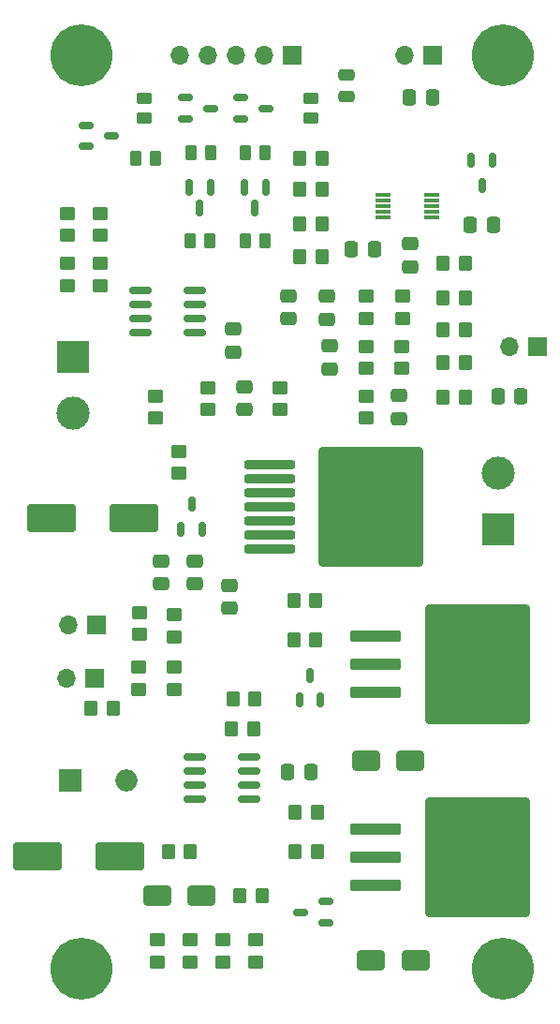
<source format=gbr>
%TF.GenerationSoftware,KiCad,Pcbnew,7.0.5*%
%TF.CreationDate,2023-11-28T19:27:54-08:00*%
%TF.ProjectId,LT3081LEDDummyDriver,4c543330-3831-44c4-9544-44756d6d7944,rev?*%
%TF.SameCoordinates,Original*%
%TF.FileFunction,Soldermask,Top*%
%TF.FilePolarity,Negative*%
%FSLAX46Y46*%
G04 Gerber Fmt 4.6, Leading zero omitted, Abs format (unit mm)*
G04 Created by KiCad (PCBNEW 7.0.5) date 2023-11-28 19:27:54*
%MOMM*%
%LPD*%
G01*
G04 APERTURE LIST*
G04 Aperture macros list*
%AMRoundRect*
0 Rectangle with rounded corners*
0 $1 Rounding radius*
0 $2 $3 $4 $5 $6 $7 $8 $9 X,Y pos of 4 corners*
0 Add a 4 corners polygon primitive as box body*
4,1,4,$2,$3,$4,$5,$6,$7,$8,$9,$2,$3,0*
0 Add four circle primitives for the rounded corners*
1,1,$1+$1,$2,$3*
1,1,$1+$1,$4,$5*
1,1,$1+$1,$6,$7*
1,1,$1+$1,$8,$9*
0 Add four rect primitives between the rounded corners*
20,1,$1+$1,$2,$3,$4,$5,0*
20,1,$1+$1,$4,$5,$6,$7,0*
20,1,$1+$1,$6,$7,$8,$9,0*
20,1,$1+$1,$8,$9,$2,$3,0*%
G04 Aperture macros list end*
%ADD10RoundRect,0.250000X1.950000X1.000000X-1.950000X1.000000X-1.950000X-1.000000X1.950000X-1.000000X0*%
%ADD11RoundRect,0.250000X0.450000X-0.350000X0.450000X0.350000X-0.450000X0.350000X-0.450000X-0.350000X0*%
%ADD12RoundRect,0.250000X-0.350000X-0.450000X0.350000X-0.450000X0.350000X0.450000X-0.350000X0.450000X0*%
%ADD13R,1.700000X1.700000*%
%ADD14O,1.700000X1.700000*%
%ADD15RoundRect,0.150000X-0.512500X-0.150000X0.512500X-0.150000X0.512500X0.150000X-0.512500X0.150000X0*%
%ADD16RoundRect,0.250000X0.337500X0.475000X-0.337500X0.475000X-0.337500X-0.475000X0.337500X-0.475000X0*%
%ADD17RoundRect,0.150000X-0.825000X-0.150000X0.825000X-0.150000X0.825000X0.150000X-0.825000X0.150000X0*%
%ADD18RoundRect,0.250000X0.350000X0.450000X-0.350000X0.450000X-0.350000X-0.450000X0.350000X-0.450000X0*%
%ADD19RoundRect,0.250000X-2.050000X-0.300000X2.050000X-0.300000X2.050000X0.300000X-2.050000X0.300000X0*%
%ADD20RoundRect,0.250002X-4.449998X-5.149998X4.449998X-5.149998X4.449998X5.149998X-4.449998X5.149998X0*%
%ADD21RoundRect,0.150000X-0.150000X0.512500X-0.150000X-0.512500X0.150000X-0.512500X0.150000X0.512500X0*%
%ADD22RoundRect,0.250000X-0.450000X0.350000X-0.450000X-0.350000X0.450000X-0.350000X0.450000X0.350000X0*%
%ADD23R,3.000000X3.000000*%
%ADD24C,3.000000*%
%ADD25RoundRect,0.250000X-0.475000X0.337500X-0.475000X-0.337500X0.475000X-0.337500X0.475000X0.337500X0*%
%ADD26R,2.000000X2.000000*%
%ADD27O,2.000000X2.000000*%
%ADD28RoundRect,0.250000X0.262500X0.450000X-0.262500X0.450000X-0.262500X-0.450000X0.262500X-0.450000X0*%
%ADD29RoundRect,0.250000X0.475000X-0.337500X0.475000X0.337500X-0.475000X0.337500X-0.475000X-0.337500X0*%
%ADD30RoundRect,0.250000X1.000000X0.650000X-1.000000X0.650000X-1.000000X-0.650000X1.000000X-0.650000X0*%
%ADD31RoundRect,0.250000X-0.262500X-0.450000X0.262500X-0.450000X0.262500X0.450000X-0.262500X0.450000X0*%
%ADD32RoundRect,0.250000X-0.337500X-0.475000X0.337500X-0.475000X0.337500X0.475000X-0.337500X0.475000X0*%
%ADD33RoundRect,0.150000X-0.150000X0.587500X-0.150000X-0.587500X0.150000X-0.587500X0.150000X0.587500X0*%
%ADD34C,5.600000*%
%ADD35RoundRect,0.150000X0.150000X-0.512500X0.150000X0.512500X-0.150000X0.512500X-0.150000X-0.512500X0*%
%ADD36RoundRect,0.150000X0.512500X0.150000X-0.512500X0.150000X-0.512500X-0.150000X0.512500X-0.150000X0*%
%ADD37RoundRect,0.250000X-0.450000X0.262500X-0.450000X-0.262500X0.450000X-0.262500X0.450000X0.262500X0*%
%ADD38RoundRect,0.200000X-2.100000X-0.200000X2.100000X-0.200000X2.100000X0.200000X-2.100000X0.200000X0*%
%ADD39R,1.400000X0.300000*%
%ADD40RoundRect,0.250000X0.475000X-0.250000X0.475000X0.250000X-0.475000X0.250000X-0.475000X-0.250000X0*%
G04 APERTURE END LIST*
D10*
%TO.C,C15*%
X116100000Y-111450000D03*
X108700000Y-111450000D03*
%TD*%
D11*
%TO.C,R6*%
X117862500Y-96350000D03*
X117862500Y-94350000D03*
%TD*%
D12*
%TO.C,R44*%
X132000000Y-107500000D03*
X134000000Y-107500000D03*
%TD*%
D13*
%TO.C,J5*%
X131712500Y-39050000D03*
D14*
X129172500Y-39050000D03*
X126632500Y-39050000D03*
X124092500Y-39050000D03*
X121552500Y-39050000D03*
%TD*%
D15*
%TO.C,D2*%
X127087500Y-42900000D03*
X127087500Y-44800000D03*
X129362500Y-43850000D03*
%TD*%
D16*
%TO.C,C18*%
X144400000Y-42850000D03*
X142325000Y-42850000D03*
%TD*%
D17*
%TO.C,U4*%
X122887500Y-102445000D03*
X122887500Y-103715000D03*
X122887500Y-104985000D03*
X122887500Y-106255000D03*
X127837500Y-106255000D03*
X127837500Y-104985000D03*
X127837500Y-103715000D03*
X127837500Y-102445000D03*
%TD*%
D18*
%TO.C,R42*%
X128362500Y-97250000D03*
X126362500Y-97250000D03*
%TD*%
D11*
%TO.C,R3*%
X124112500Y-71100000D03*
X124112500Y-69100000D03*
%TD*%
D19*
%TO.C,Q3*%
X139287500Y-91535000D03*
X139287500Y-94075000D03*
D20*
X148437500Y-94075000D03*
D19*
X139287500Y-96615000D03*
%TD*%
D21*
%TO.C,D5*%
X149812500Y-48575000D03*
X147912500Y-48575000D03*
X148862500Y-50850000D03*
%TD*%
D12*
%TO.C,R38*%
X131862500Y-91850000D03*
X133862500Y-91850000D03*
%TD*%
D22*
%TO.C,R25*%
X128400000Y-119000000D03*
X128400000Y-121000000D03*
%TD*%
%TO.C,R24*%
X111362500Y-57850000D03*
X111362500Y-59850000D03*
%TD*%
D23*
%TO.C,J1*%
X111862500Y-66310000D03*
D24*
X111862500Y-71390000D03*
%TD*%
D25*
%TO.C,C9*%
X134862500Y-60850000D03*
X134862500Y-62925000D03*
%TD*%
D12*
%TO.C,R19*%
X132402500Y-54307500D03*
X134402500Y-54307500D03*
%TD*%
%TO.C,R20*%
X132402500Y-57257500D03*
X134402500Y-57257500D03*
%TD*%
D26*
%TO.C,D6*%
X111650000Y-104550000D03*
D27*
X116730000Y-104550000D03*
%TD*%
D23*
%TO.C,J11*%
X150362500Y-81930000D03*
D24*
X150362500Y-76850000D03*
%TD*%
D18*
%TO.C,R41*%
X115500000Y-98050000D03*
X113500000Y-98050000D03*
%TD*%
D15*
%TO.C,D1*%
X122087500Y-42900000D03*
X122087500Y-44800000D03*
X124362500Y-43850000D03*
%TD*%
D18*
%TO.C,R18*%
X134402500Y-51187500D03*
X132402500Y-51187500D03*
%TD*%
D28*
%TO.C,R27*%
X129275000Y-55850000D03*
X127450000Y-55850000D03*
%TD*%
D29*
%TO.C,C3*%
X122862500Y-86850000D03*
X122862500Y-84775000D03*
%TD*%
D30*
%TO.C,D11*%
X142862500Y-120850000D03*
X138862500Y-120850000D03*
%TD*%
D17*
%TO.C,U2*%
X117952500Y-60350000D03*
X117952500Y-61620000D03*
X117952500Y-62890000D03*
X117952500Y-64160000D03*
X122902500Y-64160000D03*
X122902500Y-62890000D03*
X122902500Y-61620000D03*
X122902500Y-60350000D03*
%TD*%
D11*
%TO.C,R12*%
X141722500Y-62830000D03*
X141722500Y-60830000D03*
%TD*%
D22*
%TO.C,R4*%
X121000000Y-94350000D03*
X121000000Y-96350000D03*
%TD*%
%TO.C,R36*%
X122500000Y-119000000D03*
X122500000Y-121000000D03*
%TD*%
D31*
%TO.C,R26*%
X122450000Y-55850000D03*
X124275000Y-55850000D03*
%TD*%
D30*
%TO.C,D10*%
X142362500Y-102850000D03*
X138362500Y-102850000D03*
%TD*%
D12*
%TO.C,R17*%
X132402500Y-48407500D03*
X134402500Y-48407500D03*
%TD*%
%TO.C,R34*%
X145362500Y-60950000D03*
X147362500Y-60950000D03*
%TD*%
%TO.C,R32*%
X145362500Y-66850000D03*
X147362500Y-66850000D03*
%TD*%
D19*
%TO.C,Q4*%
X139287500Y-109035000D03*
X139287500Y-111575000D03*
D20*
X148437500Y-111575000D03*
D19*
X139287500Y-114115000D03*
%TD*%
D29*
%TO.C,C5*%
X127362500Y-71100000D03*
X127362500Y-69025000D03*
%TD*%
D11*
%TO.C,R8*%
X121000000Y-91600000D03*
X121000000Y-89600000D03*
%TD*%
D22*
%TO.C,R22*%
X114362500Y-57850000D03*
X114362500Y-59850000D03*
%TD*%
D32*
%TO.C,C1*%
X147825000Y-54350000D03*
X149900000Y-54350000D03*
%TD*%
D22*
%TO.C,R14*%
X138362500Y-60850000D03*
X138362500Y-62850000D03*
%TD*%
%TO.C,R13*%
X141612500Y-65350000D03*
X141612500Y-67350000D03*
%TD*%
D33*
%TO.C,Q2*%
X129312500Y-50975000D03*
X127412500Y-50975000D03*
X128362500Y-52850000D03*
%TD*%
D34*
%TO.C,J6*%
X112662500Y-39050000D03*
%TD*%
D25*
%TO.C,C8*%
X142362500Y-56100000D03*
X142362500Y-58175000D03*
%TD*%
D22*
%TO.C,R15*%
X138362500Y-65350000D03*
X138362500Y-67350000D03*
%TD*%
D12*
%TO.C,R40*%
X120500000Y-111000000D03*
X122500000Y-111000000D03*
%TD*%
D35*
%TO.C,D8*%
X132362500Y-97350000D03*
X134262500Y-97350000D03*
X133312500Y-95075000D03*
%TD*%
D10*
%TO.C,C4*%
X117362500Y-80850000D03*
X109962500Y-80850000D03*
%TD*%
D25*
%TO.C,C6*%
X135112500Y-65312500D03*
X135112500Y-67387500D03*
%TD*%
D22*
%TO.C,R2*%
X130612500Y-69100000D03*
X130612500Y-71100000D03*
%TD*%
D11*
%TO.C,R5*%
X138362500Y-71850000D03*
X138362500Y-69850000D03*
%TD*%
D13*
%TO.C,J2*%
X113862500Y-95350000D03*
D14*
X111322500Y-95350000D03*
%TD*%
D22*
%TO.C,R23*%
X111412500Y-53350000D03*
X111412500Y-55350000D03*
%TD*%
D33*
%TO.C,Q1*%
X124312500Y-50975000D03*
X122412500Y-50975000D03*
X123362500Y-52850000D03*
%TD*%
D13*
%TO.C,J3*%
X114000000Y-90500000D03*
D14*
X111460000Y-90500000D03*
%TD*%
D12*
%TO.C,R45*%
X131862500Y-88350000D03*
X133862500Y-88350000D03*
%TD*%
%TO.C,R33*%
X145362500Y-63900000D03*
X147362500Y-63900000D03*
%TD*%
D13*
%TO.C,J4*%
X153862500Y-65350000D03*
D14*
X151322500Y-65350000D03*
%TD*%
D31*
%TO.C,R28*%
X122537500Y-47850000D03*
X124362500Y-47850000D03*
%TD*%
D12*
%TO.C,R46*%
X127000000Y-115000000D03*
X129000000Y-115000000D03*
%TD*%
D34*
%TO.C,J9*%
X112662500Y-121600000D03*
%TD*%
D29*
%TO.C,C14*%
X126000000Y-89037500D03*
X126000000Y-86962500D03*
%TD*%
D18*
%TO.C,R43*%
X128200000Y-99900000D03*
X126200000Y-99900000D03*
%TD*%
D15*
%TO.C,D3*%
X113087500Y-45400000D03*
X113087500Y-47300000D03*
X115362500Y-46350000D03*
%TD*%
D13*
%TO.C,J10*%
X144412500Y-39050000D03*
D14*
X141872500Y-39050000D03*
%TD*%
D32*
%TO.C,C10*%
X131325000Y-103850000D03*
X133400000Y-103850000D03*
%TD*%
D36*
%TO.C,D9*%
X134775000Y-117450000D03*
X134775000Y-115550000D03*
X132500000Y-116500000D03*
%TD*%
D22*
%TO.C,R7*%
X121500000Y-74850000D03*
X121500000Y-76850000D03*
%TD*%
D16*
%TO.C,C7*%
X139150000Y-56600000D03*
X137075000Y-56600000D03*
%TD*%
D30*
%TO.C,D7*%
X123500000Y-115000000D03*
X119500000Y-115000000D03*
%TD*%
D37*
%TO.C,R31*%
X133362500Y-42937500D03*
X133362500Y-44762500D03*
%TD*%
D28*
%TO.C,R30*%
X119362500Y-48350000D03*
X117537500Y-48350000D03*
%TD*%
D34*
%TO.C,J8*%
X150762500Y-121600000D03*
%TD*%
D29*
%TO.C,C13*%
X141362500Y-71887500D03*
X141362500Y-69812500D03*
%TD*%
D35*
%TO.C,D4*%
X121662500Y-81875000D03*
X123562500Y-81875000D03*
X122612500Y-79600000D03*
%TD*%
D38*
%TO.C,U1*%
X129712500Y-76040000D03*
X129712500Y-77310000D03*
X129712500Y-78580000D03*
X129712500Y-79850000D03*
X129712500Y-81120000D03*
X129712500Y-82390000D03*
X129712500Y-83660000D03*
D20*
X138862500Y-79850000D03*
%TD*%
D22*
%TO.C,R1*%
X119362500Y-69850000D03*
X119362500Y-71850000D03*
%TD*%
D39*
%TO.C,U3*%
X144302500Y-53687500D03*
X144302500Y-53187500D03*
X144302500Y-52687500D03*
X144302500Y-52187500D03*
X144302500Y-51687500D03*
X139902500Y-51687500D03*
X139902500Y-52187500D03*
X139902500Y-52687500D03*
X139902500Y-53187500D03*
X139902500Y-53687500D03*
%TD*%
D22*
%TO.C,R21*%
X114312500Y-53350000D03*
X114312500Y-55350000D03*
%TD*%
D40*
%TO.C,C17*%
X136612500Y-42750000D03*
X136612500Y-40850000D03*
%TD*%
D25*
%TO.C,C11*%
X131362500Y-60812500D03*
X131362500Y-62887500D03*
%TD*%
D34*
%TO.C,J7*%
X150762500Y-39050000D03*
%TD*%
D37*
%TO.C,R16*%
X118362500Y-42937500D03*
X118362500Y-44762500D03*
%TD*%
D12*
%TO.C,R10*%
X145362500Y-69950000D03*
X147362500Y-69950000D03*
%TD*%
D22*
%TO.C,R37*%
X119550000Y-119000000D03*
X119550000Y-121000000D03*
%TD*%
D31*
%TO.C,R29*%
X127450000Y-47850000D03*
X129275000Y-47850000D03*
%TD*%
D22*
%TO.C,R35*%
X125450000Y-119000000D03*
X125450000Y-121000000D03*
%TD*%
D18*
%TO.C,R11*%
X147362500Y-57850000D03*
X145362500Y-57850000D03*
%TD*%
D29*
%TO.C,C2*%
X119862500Y-86850000D03*
X119862500Y-84775000D03*
%TD*%
D32*
%TO.C,C16*%
X150325000Y-69850000D03*
X152400000Y-69850000D03*
%TD*%
D22*
%TO.C,R9*%
X117900000Y-89400000D03*
X117900000Y-91400000D03*
%TD*%
D12*
%TO.C,R39*%
X132000000Y-111000000D03*
X134000000Y-111000000D03*
%TD*%
D29*
%TO.C,C12*%
X126362500Y-65887500D03*
X126362500Y-63812500D03*
%TD*%
M02*

</source>
